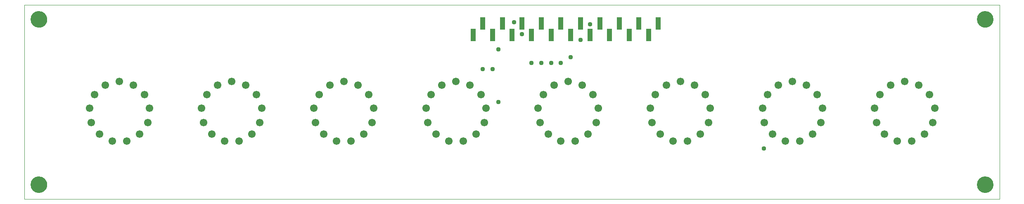
<source format=gbs>
G75*
%MOIN*%
%OFA0B0*%
%FSLAX25Y25*%
%IPPOS*%
%LPD*%
%AMOC8*
5,1,8,0,0,1.08239X$1,22.5*
%
%ADD10C,0.00000*%
%ADD11C,0.13398*%
%ADD12C,0.06107*%
%ADD13R,0.04146X0.10052*%
%ADD14C,0.03778*%
D10*
X0001000Y0001000D02*
X0001000Y0158480D01*
X0788402Y0158480D01*
X0788402Y0001000D01*
X0001000Y0001000D01*
X0006512Y0012811D02*
X0006514Y0012969D01*
X0006520Y0013127D01*
X0006530Y0013285D01*
X0006544Y0013443D01*
X0006562Y0013600D01*
X0006583Y0013757D01*
X0006609Y0013913D01*
X0006639Y0014069D01*
X0006672Y0014224D01*
X0006710Y0014377D01*
X0006751Y0014530D01*
X0006796Y0014682D01*
X0006845Y0014833D01*
X0006898Y0014982D01*
X0006954Y0015130D01*
X0007014Y0015276D01*
X0007078Y0015421D01*
X0007146Y0015564D01*
X0007217Y0015706D01*
X0007291Y0015846D01*
X0007369Y0015983D01*
X0007451Y0016119D01*
X0007535Y0016253D01*
X0007624Y0016384D01*
X0007715Y0016513D01*
X0007810Y0016640D01*
X0007907Y0016765D01*
X0008008Y0016887D01*
X0008112Y0017006D01*
X0008219Y0017123D01*
X0008329Y0017237D01*
X0008442Y0017348D01*
X0008557Y0017457D01*
X0008675Y0017562D01*
X0008796Y0017664D01*
X0008919Y0017764D01*
X0009045Y0017860D01*
X0009173Y0017953D01*
X0009303Y0018043D01*
X0009436Y0018129D01*
X0009571Y0018213D01*
X0009707Y0018292D01*
X0009846Y0018369D01*
X0009987Y0018441D01*
X0010129Y0018511D01*
X0010273Y0018576D01*
X0010419Y0018638D01*
X0010566Y0018696D01*
X0010715Y0018751D01*
X0010865Y0018802D01*
X0011016Y0018849D01*
X0011168Y0018892D01*
X0011321Y0018931D01*
X0011476Y0018967D01*
X0011631Y0018998D01*
X0011787Y0019026D01*
X0011943Y0019050D01*
X0012100Y0019070D01*
X0012258Y0019086D01*
X0012415Y0019098D01*
X0012574Y0019106D01*
X0012732Y0019110D01*
X0012890Y0019110D01*
X0013048Y0019106D01*
X0013207Y0019098D01*
X0013364Y0019086D01*
X0013522Y0019070D01*
X0013679Y0019050D01*
X0013835Y0019026D01*
X0013991Y0018998D01*
X0014146Y0018967D01*
X0014301Y0018931D01*
X0014454Y0018892D01*
X0014606Y0018849D01*
X0014757Y0018802D01*
X0014907Y0018751D01*
X0015056Y0018696D01*
X0015203Y0018638D01*
X0015349Y0018576D01*
X0015493Y0018511D01*
X0015635Y0018441D01*
X0015776Y0018369D01*
X0015915Y0018292D01*
X0016051Y0018213D01*
X0016186Y0018129D01*
X0016319Y0018043D01*
X0016449Y0017953D01*
X0016577Y0017860D01*
X0016703Y0017764D01*
X0016826Y0017664D01*
X0016947Y0017562D01*
X0017065Y0017457D01*
X0017180Y0017348D01*
X0017293Y0017237D01*
X0017403Y0017123D01*
X0017510Y0017006D01*
X0017614Y0016887D01*
X0017715Y0016765D01*
X0017812Y0016640D01*
X0017907Y0016513D01*
X0017998Y0016384D01*
X0018087Y0016253D01*
X0018171Y0016119D01*
X0018253Y0015983D01*
X0018331Y0015846D01*
X0018405Y0015706D01*
X0018476Y0015564D01*
X0018544Y0015421D01*
X0018608Y0015276D01*
X0018668Y0015130D01*
X0018724Y0014982D01*
X0018777Y0014833D01*
X0018826Y0014682D01*
X0018871Y0014530D01*
X0018912Y0014377D01*
X0018950Y0014224D01*
X0018983Y0014069D01*
X0019013Y0013913D01*
X0019039Y0013757D01*
X0019060Y0013600D01*
X0019078Y0013443D01*
X0019092Y0013285D01*
X0019102Y0013127D01*
X0019108Y0012969D01*
X0019110Y0012811D01*
X0019108Y0012653D01*
X0019102Y0012495D01*
X0019092Y0012337D01*
X0019078Y0012179D01*
X0019060Y0012022D01*
X0019039Y0011865D01*
X0019013Y0011709D01*
X0018983Y0011553D01*
X0018950Y0011398D01*
X0018912Y0011245D01*
X0018871Y0011092D01*
X0018826Y0010940D01*
X0018777Y0010789D01*
X0018724Y0010640D01*
X0018668Y0010492D01*
X0018608Y0010346D01*
X0018544Y0010201D01*
X0018476Y0010058D01*
X0018405Y0009916D01*
X0018331Y0009776D01*
X0018253Y0009639D01*
X0018171Y0009503D01*
X0018087Y0009369D01*
X0017998Y0009238D01*
X0017907Y0009109D01*
X0017812Y0008982D01*
X0017715Y0008857D01*
X0017614Y0008735D01*
X0017510Y0008616D01*
X0017403Y0008499D01*
X0017293Y0008385D01*
X0017180Y0008274D01*
X0017065Y0008165D01*
X0016947Y0008060D01*
X0016826Y0007958D01*
X0016703Y0007858D01*
X0016577Y0007762D01*
X0016449Y0007669D01*
X0016319Y0007579D01*
X0016186Y0007493D01*
X0016051Y0007409D01*
X0015915Y0007330D01*
X0015776Y0007253D01*
X0015635Y0007181D01*
X0015493Y0007111D01*
X0015349Y0007046D01*
X0015203Y0006984D01*
X0015056Y0006926D01*
X0014907Y0006871D01*
X0014757Y0006820D01*
X0014606Y0006773D01*
X0014454Y0006730D01*
X0014301Y0006691D01*
X0014146Y0006655D01*
X0013991Y0006624D01*
X0013835Y0006596D01*
X0013679Y0006572D01*
X0013522Y0006552D01*
X0013364Y0006536D01*
X0013207Y0006524D01*
X0013048Y0006516D01*
X0012890Y0006512D01*
X0012732Y0006512D01*
X0012574Y0006516D01*
X0012415Y0006524D01*
X0012258Y0006536D01*
X0012100Y0006552D01*
X0011943Y0006572D01*
X0011787Y0006596D01*
X0011631Y0006624D01*
X0011476Y0006655D01*
X0011321Y0006691D01*
X0011168Y0006730D01*
X0011016Y0006773D01*
X0010865Y0006820D01*
X0010715Y0006871D01*
X0010566Y0006926D01*
X0010419Y0006984D01*
X0010273Y0007046D01*
X0010129Y0007111D01*
X0009987Y0007181D01*
X0009846Y0007253D01*
X0009707Y0007330D01*
X0009571Y0007409D01*
X0009436Y0007493D01*
X0009303Y0007579D01*
X0009173Y0007669D01*
X0009045Y0007762D01*
X0008919Y0007858D01*
X0008796Y0007958D01*
X0008675Y0008060D01*
X0008557Y0008165D01*
X0008442Y0008274D01*
X0008329Y0008385D01*
X0008219Y0008499D01*
X0008112Y0008616D01*
X0008008Y0008735D01*
X0007907Y0008857D01*
X0007810Y0008982D01*
X0007715Y0009109D01*
X0007624Y0009238D01*
X0007535Y0009369D01*
X0007451Y0009503D01*
X0007369Y0009639D01*
X0007291Y0009776D01*
X0007217Y0009916D01*
X0007146Y0010058D01*
X0007078Y0010201D01*
X0007014Y0010346D01*
X0006954Y0010492D01*
X0006898Y0010640D01*
X0006845Y0010789D01*
X0006796Y0010940D01*
X0006751Y0011092D01*
X0006710Y0011245D01*
X0006672Y0011398D01*
X0006639Y0011553D01*
X0006609Y0011709D01*
X0006583Y0011865D01*
X0006562Y0012022D01*
X0006544Y0012179D01*
X0006530Y0012337D01*
X0006520Y0012495D01*
X0006514Y0012653D01*
X0006512Y0012811D01*
X0006512Y0146669D02*
X0006514Y0146827D01*
X0006520Y0146985D01*
X0006530Y0147143D01*
X0006544Y0147301D01*
X0006562Y0147458D01*
X0006583Y0147615D01*
X0006609Y0147771D01*
X0006639Y0147927D01*
X0006672Y0148082D01*
X0006710Y0148235D01*
X0006751Y0148388D01*
X0006796Y0148540D01*
X0006845Y0148691D01*
X0006898Y0148840D01*
X0006954Y0148988D01*
X0007014Y0149134D01*
X0007078Y0149279D01*
X0007146Y0149422D01*
X0007217Y0149564D01*
X0007291Y0149704D01*
X0007369Y0149841D01*
X0007451Y0149977D01*
X0007535Y0150111D01*
X0007624Y0150242D01*
X0007715Y0150371D01*
X0007810Y0150498D01*
X0007907Y0150623D01*
X0008008Y0150745D01*
X0008112Y0150864D01*
X0008219Y0150981D01*
X0008329Y0151095D01*
X0008442Y0151206D01*
X0008557Y0151315D01*
X0008675Y0151420D01*
X0008796Y0151522D01*
X0008919Y0151622D01*
X0009045Y0151718D01*
X0009173Y0151811D01*
X0009303Y0151901D01*
X0009436Y0151987D01*
X0009571Y0152071D01*
X0009707Y0152150D01*
X0009846Y0152227D01*
X0009987Y0152299D01*
X0010129Y0152369D01*
X0010273Y0152434D01*
X0010419Y0152496D01*
X0010566Y0152554D01*
X0010715Y0152609D01*
X0010865Y0152660D01*
X0011016Y0152707D01*
X0011168Y0152750D01*
X0011321Y0152789D01*
X0011476Y0152825D01*
X0011631Y0152856D01*
X0011787Y0152884D01*
X0011943Y0152908D01*
X0012100Y0152928D01*
X0012258Y0152944D01*
X0012415Y0152956D01*
X0012574Y0152964D01*
X0012732Y0152968D01*
X0012890Y0152968D01*
X0013048Y0152964D01*
X0013207Y0152956D01*
X0013364Y0152944D01*
X0013522Y0152928D01*
X0013679Y0152908D01*
X0013835Y0152884D01*
X0013991Y0152856D01*
X0014146Y0152825D01*
X0014301Y0152789D01*
X0014454Y0152750D01*
X0014606Y0152707D01*
X0014757Y0152660D01*
X0014907Y0152609D01*
X0015056Y0152554D01*
X0015203Y0152496D01*
X0015349Y0152434D01*
X0015493Y0152369D01*
X0015635Y0152299D01*
X0015776Y0152227D01*
X0015915Y0152150D01*
X0016051Y0152071D01*
X0016186Y0151987D01*
X0016319Y0151901D01*
X0016449Y0151811D01*
X0016577Y0151718D01*
X0016703Y0151622D01*
X0016826Y0151522D01*
X0016947Y0151420D01*
X0017065Y0151315D01*
X0017180Y0151206D01*
X0017293Y0151095D01*
X0017403Y0150981D01*
X0017510Y0150864D01*
X0017614Y0150745D01*
X0017715Y0150623D01*
X0017812Y0150498D01*
X0017907Y0150371D01*
X0017998Y0150242D01*
X0018087Y0150111D01*
X0018171Y0149977D01*
X0018253Y0149841D01*
X0018331Y0149704D01*
X0018405Y0149564D01*
X0018476Y0149422D01*
X0018544Y0149279D01*
X0018608Y0149134D01*
X0018668Y0148988D01*
X0018724Y0148840D01*
X0018777Y0148691D01*
X0018826Y0148540D01*
X0018871Y0148388D01*
X0018912Y0148235D01*
X0018950Y0148082D01*
X0018983Y0147927D01*
X0019013Y0147771D01*
X0019039Y0147615D01*
X0019060Y0147458D01*
X0019078Y0147301D01*
X0019092Y0147143D01*
X0019102Y0146985D01*
X0019108Y0146827D01*
X0019110Y0146669D01*
X0019108Y0146511D01*
X0019102Y0146353D01*
X0019092Y0146195D01*
X0019078Y0146037D01*
X0019060Y0145880D01*
X0019039Y0145723D01*
X0019013Y0145567D01*
X0018983Y0145411D01*
X0018950Y0145256D01*
X0018912Y0145103D01*
X0018871Y0144950D01*
X0018826Y0144798D01*
X0018777Y0144647D01*
X0018724Y0144498D01*
X0018668Y0144350D01*
X0018608Y0144204D01*
X0018544Y0144059D01*
X0018476Y0143916D01*
X0018405Y0143774D01*
X0018331Y0143634D01*
X0018253Y0143497D01*
X0018171Y0143361D01*
X0018087Y0143227D01*
X0017998Y0143096D01*
X0017907Y0142967D01*
X0017812Y0142840D01*
X0017715Y0142715D01*
X0017614Y0142593D01*
X0017510Y0142474D01*
X0017403Y0142357D01*
X0017293Y0142243D01*
X0017180Y0142132D01*
X0017065Y0142023D01*
X0016947Y0141918D01*
X0016826Y0141816D01*
X0016703Y0141716D01*
X0016577Y0141620D01*
X0016449Y0141527D01*
X0016319Y0141437D01*
X0016186Y0141351D01*
X0016051Y0141267D01*
X0015915Y0141188D01*
X0015776Y0141111D01*
X0015635Y0141039D01*
X0015493Y0140969D01*
X0015349Y0140904D01*
X0015203Y0140842D01*
X0015056Y0140784D01*
X0014907Y0140729D01*
X0014757Y0140678D01*
X0014606Y0140631D01*
X0014454Y0140588D01*
X0014301Y0140549D01*
X0014146Y0140513D01*
X0013991Y0140482D01*
X0013835Y0140454D01*
X0013679Y0140430D01*
X0013522Y0140410D01*
X0013364Y0140394D01*
X0013207Y0140382D01*
X0013048Y0140374D01*
X0012890Y0140370D01*
X0012732Y0140370D01*
X0012574Y0140374D01*
X0012415Y0140382D01*
X0012258Y0140394D01*
X0012100Y0140410D01*
X0011943Y0140430D01*
X0011787Y0140454D01*
X0011631Y0140482D01*
X0011476Y0140513D01*
X0011321Y0140549D01*
X0011168Y0140588D01*
X0011016Y0140631D01*
X0010865Y0140678D01*
X0010715Y0140729D01*
X0010566Y0140784D01*
X0010419Y0140842D01*
X0010273Y0140904D01*
X0010129Y0140969D01*
X0009987Y0141039D01*
X0009846Y0141111D01*
X0009707Y0141188D01*
X0009571Y0141267D01*
X0009436Y0141351D01*
X0009303Y0141437D01*
X0009173Y0141527D01*
X0009045Y0141620D01*
X0008919Y0141716D01*
X0008796Y0141816D01*
X0008675Y0141918D01*
X0008557Y0142023D01*
X0008442Y0142132D01*
X0008329Y0142243D01*
X0008219Y0142357D01*
X0008112Y0142474D01*
X0008008Y0142593D01*
X0007907Y0142715D01*
X0007810Y0142840D01*
X0007715Y0142967D01*
X0007624Y0143096D01*
X0007535Y0143227D01*
X0007451Y0143361D01*
X0007369Y0143497D01*
X0007291Y0143634D01*
X0007217Y0143774D01*
X0007146Y0143916D01*
X0007078Y0144059D01*
X0007014Y0144204D01*
X0006954Y0144350D01*
X0006898Y0144498D01*
X0006845Y0144647D01*
X0006796Y0144798D01*
X0006751Y0144950D01*
X0006710Y0145103D01*
X0006672Y0145256D01*
X0006639Y0145411D01*
X0006609Y0145567D01*
X0006583Y0145723D01*
X0006562Y0145880D01*
X0006544Y0146037D01*
X0006530Y0146195D01*
X0006520Y0146353D01*
X0006514Y0146511D01*
X0006512Y0146669D01*
X0770292Y0146669D02*
X0770294Y0146827D01*
X0770300Y0146985D01*
X0770310Y0147143D01*
X0770324Y0147301D01*
X0770342Y0147458D01*
X0770363Y0147615D01*
X0770389Y0147771D01*
X0770419Y0147927D01*
X0770452Y0148082D01*
X0770490Y0148235D01*
X0770531Y0148388D01*
X0770576Y0148540D01*
X0770625Y0148691D01*
X0770678Y0148840D01*
X0770734Y0148988D01*
X0770794Y0149134D01*
X0770858Y0149279D01*
X0770926Y0149422D01*
X0770997Y0149564D01*
X0771071Y0149704D01*
X0771149Y0149841D01*
X0771231Y0149977D01*
X0771315Y0150111D01*
X0771404Y0150242D01*
X0771495Y0150371D01*
X0771590Y0150498D01*
X0771687Y0150623D01*
X0771788Y0150745D01*
X0771892Y0150864D01*
X0771999Y0150981D01*
X0772109Y0151095D01*
X0772222Y0151206D01*
X0772337Y0151315D01*
X0772455Y0151420D01*
X0772576Y0151522D01*
X0772699Y0151622D01*
X0772825Y0151718D01*
X0772953Y0151811D01*
X0773083Y0151901D01*
X0773216Y0151987D01*
X0773351Y0152071D01*
X0773487Y0152150D01*
X0773626Y0152227D01*
X0773767Y0152299D01*
X0773909Y0152369D01*
X0774053Y0152434D01*
X0774199Y0152496D01*
X0774346Y0152554D01*
X0774495Y0152609D01*
X0774645Y0152660D01*
X0774796Y0152707D01*
X0774948Y0152750D01*
X0775101Y0152789D01*
X0775256Y0152825D01*
X0775411Y0152856D01*
X0775567Y0152884D01*
X0775723Y0152908D01*
X0775880Y0152928D01*
X0776038Y0152944D01*
X0776195Y0152956D01*
X0776354Y0152964D01*
X0776512Y0152968D01*
X0776670Y0152968D01*
X0776828Y0152964D01*
X0776987Y0152956D01*
X0777144Y0152944D01*
X0777302Y0152928D01*
X0777459Y0152908D01*
X0777615Y0152884D01*
X0777771Y0152856D01*
X0777926Y0152825D01*
X0778081Y0152789D01*
X0778234Y0152750D01*
X0778386Y0152707D01*
X0778537Y0152660D01*
X0778687Y0152609D01*
X0778836Y0152554D01*
X0778983Y0152496D01*
X0779129Y0152434D01*
X0779273Y0152369D01*
X0779415Y0152299D01*
X0779556Y0152227D01*
X0779695Y0152150D01*
X0779831Y0152071D01*
X0779966Y0151987D01*
X0780099Y0151901D01*
X0780229Y0151811D01*
X0780357Y0151718D01*
X0780483Y0151622D01*
X0780606Y0151522D01*
X0780727Y0151420D01*
X0780845Y0151315D01*
X0780960Y0151206D01*
X0781073Y0151095D01*
X0781183Y0150981D01*
X0781290Y0150864D01*
X0781394Y0150745D01*
X0781495Y0150623D01*
X0781592Y0150498D01*
X0781687Y0150371D01*
X0781778Y0150242D01*
X0781867Y0150111D01*
X0781951Y0149977D01*
X0782033Y0149841D01*
X0782111Y0149704D01*
X0782185Y0149564D01*
X0782256Y0149422D01*
X0782324Y0149279D01*
X0782388Y0149134D01*
X0782448Y0148988D01*
X0782504Y0148840D01*
X0782557Y0148691D01*
X0782606Y0148540D01*
X0782651Y0148388D01*
X0782692Y0148235D01*
X0782730Y0148082D01*
X0782763Y0147927D01*
X0782793Y0147771D01*
X0782819Y0147615D01*
X0782840Y0147458D01*
X0782858Y0147301D01*
X0782872Y0147143D01*
X0782882Y0146985D01*
X0782888Y0146827D01*
X0782890Y0146669D01*
X0782888Y0146511D01*
X0782882Y0146353D01*
X0782872Y0146195D01*
X0782858Y0146037D01*
X0782840Y0145880D01*
X0782819Y0145723D01*
X0782793Y0145567D01*
X0782763Y0145411D01*
X0782730Y0145256D01*
X0782692Y0145103D01*
X0782651Y0144950D01*
X0782606Y0144798D01*
X0782557Y0144647D01*
X0782504Y0144498D01*
X0782448Y0144350D01*
X0782388Y0144204D01*
X0782324Y0144059D01*
X0782256Y0143916D01*
X0782185Y0143774D01*
X0782111Y0143634D01*
X0782033Y0143497D01*
X0781951Y0143361D01*
X0781867Y0143227D01*
X0781778Y0143096D01*
X0781687Y0142967D01*
X0781592Y0142840D01*
X0781495Y0142715D01*
X0781394Y0142593D01*
X0781290Y0142474D01*
X0781183Y0142357D01*
X0781073Y0142243D01*
X0780960Y0142132D01*
X0780845Y0142023D01*
X0780727Y0141918D01*
X0780606Y0141816D01*
X0780483Y0141716D01*
X0780357Y0141620D01*
X0780229Y0141527D01*
X0780099Y0141437D01*
X0779966Y0141351D01*
X0779831Y0141267D01*
X0779695Y0141188D01*
X0779556Y0141111D01*
X0779415Y0141039D01*
X0779273Y0140969D01*
X0779129Y0140904D01*
X0778983Y0140842D01*
X0778836Y0140784D01*
X0778687Y0140729D01*
X0778537Y0140678D01*
X0778386Y0140631D01*
X0778234Y0140588D01*
X0778081Y0140549D01*
X0777926Y0140513D01*
X0777771Y0140482D01*
X0777615Y0140454D01*
X0777459Y0140430D01*
X0777302Y0140410D01*
X0777144Y0140394D01*
X0776987Y0140382D01*
X0776828Y0140374D01*
X0776670Y0140370D01*
X0776512Y0140370D01*
X0776354Y0140374D01*
X0776195Y0140382D01*
X0776038Y0140394D01*
X0775880Y0140410D01*
X0775723Y0140430D01*
X0775567Y0140454D01*
X0775411Y0140482D01*
X0775256Y0140513D01*
X0775101Y0140549D01*
X0774948Y0140588D01*
X0774796Y0140631D01*
X0774645Y0140678D01*
X0774495Y0140729D01*
X0774346Y0140784D01*
X0774199Y0140842D01*
X0774053Y0140904D01*
X0773909Y0140969D01*
X0773767Y0141039D01*
X0773626Y0141111D01*
X0773487Y0141188D01*
X0773351Y0141267D01*
X0773216Y0141351D01*
X0773083Y0141437D01*
X0772953Y0141527D01*
X0772825Y0141620D01*
X0772699Y0141716D01*
X0772576Y0141816D01*
X0772455Y0141918D01*
X0772337Y0142023D01*
X0772222Y0142132D01*
X0772109Y0142243D01*
X0771999Y0142357D01*
X0771892Y0142474D01*
X0771788Y0142593D01*
X0771687Y0142715D01*
X0771590Y0142840D01*
X0771495Y0142967D01*
X0771404Y0143096D01*
X0771315Y0143227D01*
X0771231Y0143361D01*
X0771149Y0143497D01*
X0771071Y0143634D01*
X0770997Y0143774D01*
X0770926Y0143916D01*
X0770858Y0144059D01*
X0770794Y0144204D01*
X0770734Y0144350D01*
X0770678Y0144498D01*
X0770625Y0144647D01*
X0770576Y0144798D01*
X0770531Y0144950D01*
X0770490Y0145103D01*
X0770452Y0145256D01*
X0770419Y0145411D01*
X0770389Y0145567D01*
X0770363Y0145723D01*
X0770342Y0145880D01*
X0770324Y0146037D01*
X0770310Y0146195D01*
X0770300Y0146353D01*
X0770294Y0146511D01*
X0770292Y0146669D01*
X0770292Y0012811D02*
X0770294Y0012969D01*
X0770300Y0013127D01*
X0770310Y0013285D01*
X0770324Y0013443D01*
X0770342Y0013600D01*
X0770363Y0013757D01*
X0770389Y0013913D01*
X0770419Y0014069D01*
X0770452Y0014224D01*
X0770490Y0014377D01*
X0770531Y0014530D01*
X0770576Y0014682D01*
X0770625Y0014833D01*
X0770678Y0014982D01*
X0770734Y0015130D01*
X0770794Y0015276D01*
X0770858Y0015421D01*
X0770926Y0015564D01*
X0770997Y0015706D01*
X0771071Y0015846D01*
X0771149Y0015983D01*
X0771231Y0016119D01*
X0771315Y0016253D01*
X0771404Y0016384D01*
X0771495Y0016513D01*
X0771590Y0016640D01*
X0771687Y0016765D01*
X0771788Y0016887D01*
X0771892Y0017006D01*
X0771999Y0017123D01*
X0772109Y0017237D01*
X0772222Y0017348D01*
X0772337Y0017457D01*
X0772455Y0017562D01*
X0772576Y0017664D01*
X0772699Y0017764D01*
X0772825Y0017860D01*
X0772953Y0017953D01*
X0773083Y0018043D01*
X0773216Y0018129D01*
X0773351Y0018213D01*
X0773487Y0018292D01*
X0773626Y0018369D01*
X0773767Y0018441D01*
X0773909Y0018511D01*
X0774053Y0018576D01*
X0774199Y0018638D01*
X0774346Y0018696D01*
X0774495Y0018751D01*
X0774645Y0018802D01*
X0774796Y0018849D01*
X0774948Y0018892D01*
X0775101Y0018931D01*
X0775256Y0018967D01*
X0775411Y0018998D01*
X0775567Y0019026D01*
X0775723Y0019050D01*
X0775880Y0019070D01*
X0776038Y0019086D01*
X0776195Y0019098D01*
X0776354Y0019106D01*
X0776512Y0019110D01*
X0776670Y0019110D01*
X0776828Y0019106D01*
X0776987Y0019098D01*
X0777144Y0019086D01*
X0777302Y0019070D01*
X0777459Y0019050D01*
X0777615Y0019026D01*
X0777771Y0018998D01*
X0777926Y0018967D01*
X0778081Y0018931D01*
X0778234Y0018892D01*
X0778386Y0018849D01*
X0778537Y0018802D01*
X0778687Y0018751D01*
X0778836Y0018696D01*
X0778983Y0018638D01*
X0779129Y0018576D01*
X0779273Y0018511D01*
X0779415Y0018441D01*
X0779556Y0018369D01*
X0779695Y0018292D01*
X0779831Y0018213D01*
X0779966Y0018129D01*
X0780099Y0018043D01*
X0780229Y0017953D01*
X0780357Y0017860D01*
X0780483Y0017764D01*
X0780606Y0017664D01*
X0780727Y0017562D01*
X0780845Y0017457D01*
X0780960Y0017348D01*
X0781073Y0017237D01*
X0781183Y0017123D01*
X0781290Y0017006D01*
X0781394Y0016887D01*
X0781495Y0016765D01*
X0781592Y0016640D01*
X0781687Y0016513D01*
X0781778Y0016384D01*
X0781867Y0016253D01*
X0781951Y0016119D01*
X0782033Y0015983D01*
X0782111Y0015846D01*
X0782185Y0015706D01*
X0782256Y0015564D01*
X0782324Y0015421D01*
X0782388Y0015276D01*
X0782448Y0015130D01*
X0782504Y0014982D01*
X0782557Y0014833D01*
X0782606Y0014682D01*
X0782651Y0014530D01*
X0782692Y0014377D01*
X0782730Y0014224D01*
X0782763Y0014069D01*
X0782793Y0013913D01*
X0782819Y0013757D01*
X0782840Y0013600D01*
X0782858Y0013443D01*
X0782872Y0013285D01*
X0782882Y0013127D01*
X0782888Y0012969D01*
X0782890Y0012811D01*
X0782888Y0012653D01*
X0782882Y0012495D01*
X0782872Y0012337D01*
X0782858Y0012179D01*
X0782840Y0012022D01*
X0782819Y0011865D01*
X0782793Y0011709D01*
X0782763Y0011553D01*
X0782730Y0011398D01*
X0782692Y0011245D01*
X0782651Y0011092D01*
X0782606Y0010940D01*
X0782557Y0010789D01*
X0782504Y0010640D01*
X0782448Y0010492D01*
X0782388Y0010346D01*
X0782324Y0010201D01*
X0782256Y0010058D01*
X0782185Y0009916D01*
X0782111Y0009776D01*
X0782033Y0009639D01*
X0781951Y0009503D01*
X0781867Y0009369D01*
X0781778Y0009238D01*
X0781687Y0009109D01*
X0781592Y0008982D01*
X0781495Y0008857D01*
X0781394Y0008735D01*
X0781290Y0008616D01*
X0781183Y0008499D01*
X0781073Y0008385D01*
X0780960Y0008274D01*
X0780845Y0008165D01*
X0780727Y0008060D01*
X0780606Y0007958D01*
X0780483Y0007858D01*
X0780357Y0007762D01*
X0780229Y0007669D01*
X0780099Y0007579D01*
X0779966Y0007493D01*
X0779831Y0007409D01*
X0779695Y0007330D01*
X0779556Y0007253D01*
X0779415Y0007181D01*
X0779273Y0007111D01*
X0779129Y0007046D01*
X0778983Y0006984D01*
X0778836Y0006926D01*
X0778687Y0006871D01*
X0778537Y0006820D01*
X0778386Y0006773D01*
X0778234Y0006730D01*
X0778081Y0006691D01*
X0777926Y0006655D01*
X0777771Y0006624D01*
X0777615Y0006596D01*
X0777459Y0006572D01*
X0777302Y0006552D01*
X0777144Y0006536D01*
X0776987Y0006524D01*
X0776828Y0006516D01*
X0776670Y0006512D01*
X0776512Y0006512D01*
X0776354Y0006516D01*
X0776195Y0006524D01*
X0776038Y0006536D01*
X0775880Y0006552D01*
X0775723Y0006572D01*
X0775567Y0006596D01*
X0775411Y0006624D01*
X0775256Y0006655D01*
X0775101Y0006691D01*
X0774948Y0006730D01*
X0774796Y0006773D01*
X0774645Y0006820D01*
X0774495Y0006871D01*
X0774346Y0006926D01*
X0774199Y0006984D01*
X0774053Y0007046D01*
X0773909Y0007111D01*
X0773767Y0007181D01*
X0773626Y0007253D01*
X0773487Y0007330D01*
X0773351Y0007409D01*
X0773216Y0007493D01*
X0773083Y0007579D01*
X0772953Y0007669D01*
X0772825Y0007762D01*
X0772699Y0007858D01*
X0772576Y0007958D01*
X0772455Y0008060D01*
X0772337Y0008165D01*
X0772222Y0008274D01*
X0772109Y0008385D01*
X0771999Y0008499D01*
X0771892Y0008616D01*
X0771788Y0008735D01*
X0771687Y0008857D01*
X0771590Y0008982D01*
X0771495Y0009109D01*
X0771404Y0009238D01*
X0771315Y0009369D01*
X0771231Y0009503D01*
X0771149Y0009639D01*
X0771071Y0009776D01*
X0770997Y0009916D01*
X0770926Y0010058D01*
X0770858Y0010201D01*
X0770794Y0010346D01*
X0770734Y0010492D01*
X0770678Y0010640D01*
X0770625Y0010789D01*
X0770576Y0010940D01*
X0770531Y0011092D01*
X0770490Y0011245D01*
X0770452Y0011398D01*
X0770419Y0011553D01*
X0770389Y0011709D01*
X0770363Y0011865D01*
X0770342Y0012022D01*
X0770324Y0012179D01*
X0770310Y0012337D01*
X0770300Y0012495D01*
X0770294Y0012653D01*
X0770292Y0012811D01*
D11*
X0776591Y0012811D03*
X0776591Y0146669D03*
X0012811Y0146669D03*
X0012811Y0012811D03*
D12*
X0071940Y0048204D03*
X0083604Y0048204D03*
X0093932Y0053625D03*
X0061611Y0053625D03*
X0054985Y0063224D03*
X0100558Y0063224D03*
X0145537Y0063224D03*
X0152163Y0053625D03*
X0162491Y0048204D03*
X0174155Y0048204D03*
X0184483Y0053625D03*
X0191109Y0063224D03*
X0236088Y0063224D03*
X0242714Y0053625D03*
X0253042Y0048204D03*
X0264706Y0048204D03*
X0275034Y0053625D03*
X0281660Y0063224D03*
X0326639Y0063224D03*
X0333265Y0053625D03*
X0343593Y0048204D03*
X0355257Y0048204D03*
X0365585Y0053625D03*
X0372211Y0063224D03*
X0417190Y0063224D03*
X0423816Y0053625D03*
X0434144Y0048204D03*
X0445808Y0048204D03*
X0456137Y0053625D03*
X0462763Y0063224D03*
X0507741Y0063224D03*
X0514367Y0053625D03*
X0524696Y0048204D03*
X0536359Y0048204D03*
X0546688Y0053625D03*
X0553314Y0063224D03*
X0598293Y0063224D03*
X0604919Y0053625D03*
X0615247Y0048204D03*
X0626911Y0048204D03*
X0637239Y0053625D03*
X0643865Y0063224D03*
X0688844Y0063224D03*
X0695470Y0053625D03*
X0705798Y0048204D03*
X0717462Y0048204D03*
X0727790Y0053625D03*
X0734416Y0063224D03*
X0735822Y0074804D03*
X0687438Y0074804D03*
X0645271Y0074804D03*
X0596887Y0074804D03*
X0554720Y0074804D03*
X0506335Y0074804D03*
X0464169Y0074804D03*
X0415784Y0074804D03*
X0373617Y0074804D03*
X0325233Y0074804D03*
X0283066Y0074804D03*
X0234682Y0074804D03*
X0192515Y0074804D03*
X0144131Y0074804D03*
X0101964Y0074804D03*
X0053580Y0074804D03*
X0057716Y0085710D03*
X0066446Y0093444D03*
X0077772Y0096236D03*
X0089097Y0093444D03*
X0097828Y0085710D03*
X0148267Y0085710D03*
X0156998Y0093444D03*
X0168323Y0096236D03*
X0179648Y0093444D03*
X0188379Y0085710D03*
X0238818Y0085710D03*
X0247549Y0093444D03*
X0258874Y0096236D03*
X0270199Y0093444D03*
X0278930Y0085710D03*
X0329369Y0085710D03*
X0338100Y0093444D03*
X0349425Y0096236D03*
X0360750Y0093444D03*
X0369481Y0085710D03*
X0419920Y0085710D03*
X0428651Y0093444D03*
X0439976Y0096236D03*
X0451302Y0093444D03*
X0460032Y0085710D03*
X0510472Y0085710D03*
X0519202Y0093444D03*
X0530528Y0096236D03*
X0541853Y0093444D03*
X0550583Y0085710D03*
X0601023Y0085710D03*
X0609754Y0093444D03*
X0621079Y0096236D03*
X0632404Y0093444D03*
X0641135Y0085710D03*
X0691574Y0085710D03*
X0700305Y0093444D03*
X0711630Y0096236D03*
X0722955Y0093444D03*
X0731686Y0085710D03*
D13*
X0504937Y0134169D03*
X0489189Y0134169D03*
X0473441Y0134169D03*
X0457693Y0134169D03*
X0441945Y0134169D03*
X0426197Y0134169D03*
X0410449Y0134169D03*
X0394701Y0134169D03*
X0378953Y0134169D03*
X0363205Y0134169D03*
X0371079Y0143421D03*
X0386827Y0143421D03*
X0402575Y0143421D03*
X0418323Y0143421D03*
X0434071Y0143421D03*
X0449819Y0143421D03*
X0465567Y0143421D03*
X0481315Y0143421D03*
X0497063Y0143421D03*
X0512811Y0143421D03*
D14*
X0457693Y0142732D03*
X0402575Y0134858D03*
X0396276Y0144307D03*
X0449819Y0130134D03*
X0383677Y0122260D03*
X0410449Y0111236D03*
X0418323Y0111236D03*
X0426197Y0111236D03*
X0434071Y0111236D03*
X0441945Y0115961D03*
X0378953Y0106512D03*
X0371079Y0106512D03*
X0383677Y0079740D03*
X0597850Y0041945D03*
M02*

</source>
